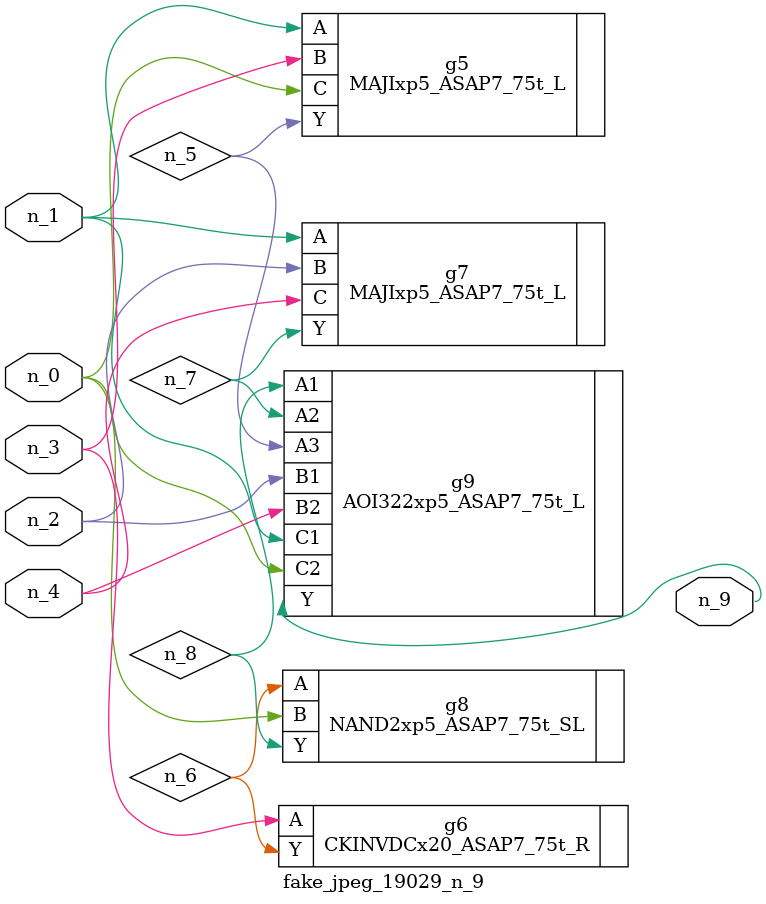
<source format=v>
module fake_jpeg_19029_n_9 (n_3, n_2, n_1, n_0, n_4, n_9);

input n_3;
input n_2;
input n_1;
input n_0;
input n_4;

output n_9;

wire n_8;
wire n_6;
wire n_5;
wire n_7;

MAJIxp5_ASAP7_75t_L g5 ( 
.A(n_1),
.B(n_3),
.C(n_0),
.Y(n_5)
);

CKINVDCx20_ASAP7_75t_R g6 ( 
.A(n_3),
.Y(n_6)
);

MAJIxp5_ASAP7_75t_L g7 ( 
.A(n_1),
.B(n_2),
.C(n_4),
.Y(n_7)
);

NAND2xp5_ASAP7_75t_SL g8 ( 
.A(n_6),
.B(n_0),
.Y(n_8)
);

AOI322xp5_ASAP7_75t_L g9 ( 
.A1(n_8),
.A2(n_7),
.A3(n_5),
.B1(n_2),
.B2(n_4),
.C1(n_1),
.C2(n_0),
.Y(n_9)
);


endmodule
</source>
